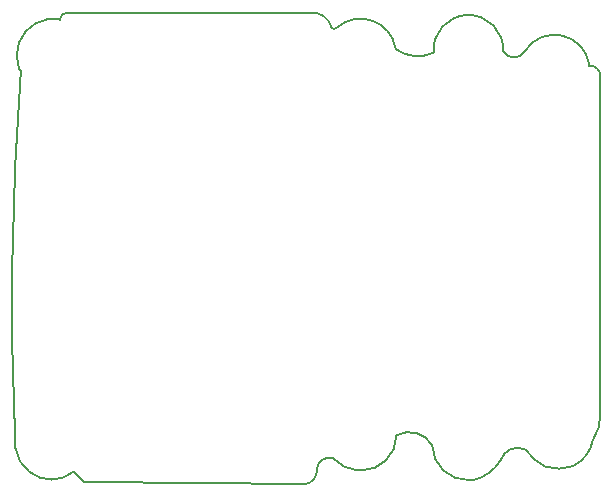
<source format=gbr>
%FSLAX23Y23*%
%MOIN*%
G04 EasyPC Gerber Version 17.0 Build 3379 *
%ADD14C,0.00500*%
X0Y0D02*
D02*
D14*
X733Y626D02*
Y627D01*
X733*
G75*
G02X751Y1881I10257J479*
G01*
Y1884*
X745Y1890*
G75*
G02X746Y1980I127J45*
G01*
G75*
G02X881Y2054I113J-45*
G01*
Y2055*
G75*
G02X903Y2077I24J-2*
G01*
X1710*
G75*
G02X1788Y2025I11J-68*
G01*
G75*
G03X1804Y2027I7J12*
G01*
G75*
G02X2000Y1958I79J-89*
G01*
Y1956*
G75*
G03X2127Y1943I74J102*
G01*
G75*
G02X2360Y1948I116J10*
G01*
G75*
G03X2431Y1949I35J20*
G01*
G75*
G02X2646Y1902I99J-63*
G01*
Y1900*
G75*
G02X2682Y1864I3J-33*
G01*
X2683*
Y745*
G75*
G02X2658Y653I-150J-9*
G01*
G75*
G02X2593Y566I-120J22*
G01*
G75*
G02X2498Y564I-50J133*
G01*
G75*
G02X2435Y619I83J159*
G01*
Y620*
G75*
G03X2351Y586I-28J-52*
G01*
G75*
G02X2260Y519I-126J76*
G01*
X2245*
G75*
G02X2123Y634I-4J119*
G01*
G75*
G03X2003Y668I-77J-43*
G01*
G75*
G02X1885Y551I-117*
G01*
X1875*
G75*
G02X1790Y593I9J124*
G01*
X1785*
G75*
G03X1738Y558I-6J-41*
G01*
G75*
G02X1698Y505I-49J-5*
G01*
X983Y514*
X960*
X927Y547*
G75*
G02X779I-74J91*
G01*
G75*
G02X733Y626I66J91*
G01*
X0Y0D02*
M02*

</source>
